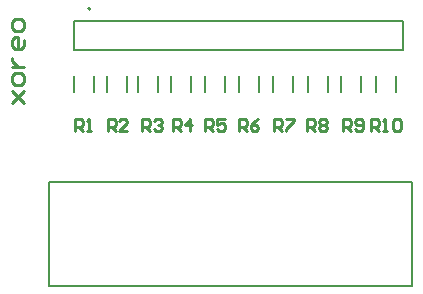
<source format=gbr>
G04*
G04 #@! TF.GenerationSoftware,Altium Limited,Altium Designer,22.4.2 (48)*
G04*
G04 Layer_Color=65535*
%FSLAX25Y25*%
%MOIN*%
G70*
G04*
G04 #@! TF.SameCoordinates,550AB15D-F781-4C29-8757-C47261610ABA*
G04*
G04*
G04 #@! TF.FilePolarity,Positive*
G04*
G01*
G75*
%ADD10C,0.00787*%
%ADD11C,0.00500*%
%ADD12C,0.01000*%
D10*
X29134Y117126D02*
G03*
X29134Y117126I-394J0D01*
G01*
D11*
X130971Y89298D02*
Y94574D01*
X124278Y89298D02*
Y94574D01*
X108333Y89298D02*
Y94574D01*
X101640Y89298D02*
Y94574D01*
X96786Y89298D02*
Y94574D01*
X90093Y89298D02*
Y94574D01*
X85369Y89298D02*
Y94574D01*
X78676Y89298D02*
Y94574D01*
X74147Y89298D02*
Y94574D01*
X67454Y89298D02*
Y94574D01*
X62782Y89298D02*
Y94574D01*
X56089Y89298D02*
Y94574D01*
X51807Y89298D02*
Y94574D01*
X45114Y89298D02*
Y94574D01*
X23740Y103268D02*
Y113189D01*
X133240D01*
X23740Y103268D02*
X133240D01*
Y113189D01*
X41471Y89298D02*
Y94574D01*
X34778Y89298D02*
Y94574D01*
X30492Y89298D02*
Y94574D01*
X23799Y89298D02*
Y94574D01*
X119488Y89298D02*
Y94574D01*
X112795Y89298D02*
Y94574D01*
X136445Y24646D02*
Y59291D01*
X15315Y24646D02*
X136315D01*
X15185D02*
Y59291D01*
X15315D02*
X136315D01*
D12*
X2875Y85646D02*
X6874Y89644D01*
X4875Y87645D01*
X2875Y89644D01*
X6874Y85646D01*
Y92643D02*
Y94643D01*
X5874Y95642D01*
X3875D01*
X2875Y94643D01*
Y92643D01*
X3875Y91644D01*
X5874D01*
X6874Y92643D01*
X2875Y97642D02*
X6874D01*
X4875D01*
X3875Y98641D01*
X2875Y99641D01*
Y100641D01*
X6874Y106639D02*
Y104639D01*
X5874Y103640D01*
X3875D01*
X2875Y104639D01*
Y106639D01*
X3875Y107639D01*
X4875D01*
Y103640D01*
X6874Y110637D02*
Y112637D01*
X5874Y113637D01*
X3875D01*
X2875Y112637D01*
Y110637D01*
X3875Y109638D01*
X5874D01*
X6874Y110637D01*
X113360Y76379D02*
Y80314D01*
X115328D01*
X115984Y79658D01*
Y78346D01*
X115328Y77690D01*
X113360D01*
X114672D02*
X115984Y76379D01*
X117296Y77034D02*
X117952Y76379D01*
X119264D01*
X119920Y77034D01*
Y79658D01*
X119264Y80314D01*
X117952D01*
X117296Y79658D01*
Y79002D01*
X117952Y78346D01*
X119920D01*
X122819Y76379D02*
Y80314D01*
X124787D01*
X125443Y79658D01*
Y78346D01*
X124787Y77690D01*
X122819D01*
X124131D02*
X125443Y76379D01*
X126755D02*
X128067D01*
X127411D01*
Y80314D01*
X126755Y79658D01*
X130035D02*
X130691Y80314D01*
X132003D01*
X132659Y79658D01*
Y77034D01*
X132003Y76379D01*
X130691D01*
X130035Y77034D01*
Y79658D01*
X101445Y76379D02*
Y80314D01*
X103412D01*
X104068Y79658D01*
Y78346D01*
X103412Y77690D01*
X101445D01*
X102757D02*
X104068Y76379D01*
X105380Y79658D02*
X106036Y80314D01*
X107348D01*
X108004Y79658D01*
Y79002D01*
X107348Y78346D01*
X108004Y77690D01*
Y77034D01*
X107348Y76379D01*
X106036D01*
X105380Y77034D01*
Y77690D01*
X106036Y78346D01*
X105380Y79002D01*
Y79658D01*
X106036Y78346D02*
X107348D01*
X90421Y76379D02*
Y80314D01*
X92389D01*
X93045Y79658D01*
Y78346D01*
X92389Y77690D01*
X90421D01*
X91733D02*
X93045Y76379D01*
X94357Y80314D02*
X96981D01*
Y79658D01*
X94357Y77034D01*
Y76379D01*
X78610D02*
Y80314D01*
X80578D01*
X81234Y79658D01*
Y78346D01*
X80578Y77690D01*
X78610D01*
X79922D02*
X81234Y76379D01*
X85170Y80314D02*
X83858Y79658D01*
X82546Y78346D01*
Y77034D01*
X83202Y76379D01*
X84514D01*
X85170Y77034D01*
Y77690D01*
X84514Y78346D01*
X82546D01*
X67394Y76379D02*
Y80314D01*
X69362D01*
X70018Y79658D01*
Y78346D01*
X69362Y77690D01*
X67394D01*
X68706D02*
X70018Y76379D01*
X73954Y80314D02*
X71330D01*
Y78346D01*
X72642Y79002D01*
X73298D01*
X73954Y78346D01*
Y77034D01*
X73298Y76379D01*
X71986D01*
X71330Y77034D01*
X56608Y76468D02*
Y80403D01*
X58576D01*
X59232Y79747D01*
Y78435D01*
X58576Y77780D01*
X56608D01*
X57920D02*
X59232Y76468D01*
X62512D02*
Y80403D01*
X60544Y78435D01*
X63168D01*
X46327Y76379D02*
Y80314D01*
X48294D01*
X48950Y79658D01*
Y78346D01*
X48294Y77690D01*
X46327D01*
X47638D02*
X48950Y76379D01*
X50262Y79658D02*
X50918Y80314D01*
X52230D01*
X52886Y79658D01*
Y79002D01*
X52230Y78346D01*
X51574D01*
X52230D01*
X52886Y77690D01*
Y77034D01*
X52230Y76379D01*
X50918D01*
X50262Y77034D01*
X34909Y76379D02*
Y80314D01*
X36877D01*
X37533Y79658D01*
Y78346D01*
X36877Y77690D01*
X34909D01*
X36221D02*
X37533Y76379D01*
X41469D02*
X38845D01*
X41469Y79002D01*
Y79658D01*
X40813Y80314D01*
X39501D01*
X38845Y79658D01*
X24148Y76379D02*
Y80314D01*
X26116D01*
X26772Y79658D01*
Y78346D01*
X26116Y77690D01*
X24148D01*
X25460D02*
X26772Y76379D01*
X28084D02*
X29395D01*
X28740D01*
Y80314D01*
X28084Y79658D01*
M02*

</source>
